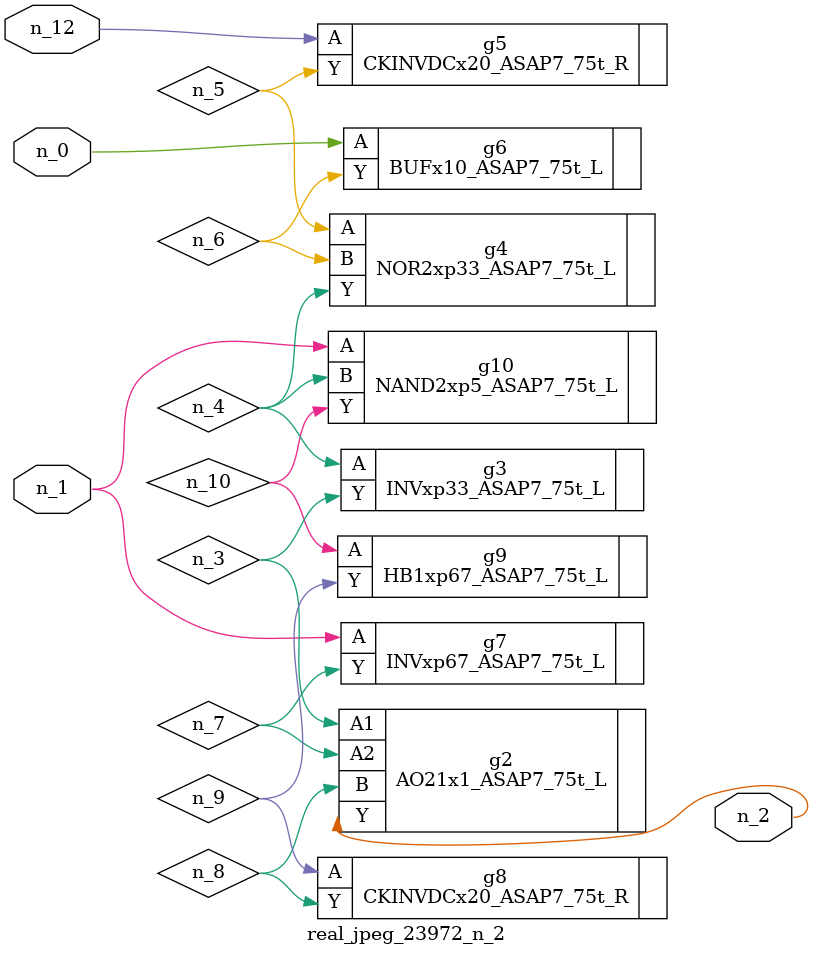
<source format=v>
module real_jpeg_23972_n_2 (n_12, n_1, n_0, n_2);

input n_12;
input n_1;
input n_0;

output n_2;

wire n_5;
wire n_4;
wire n_8;
wire n_6;
wire n_7;
wire n_3;
wire n_10;
wire n_9;

BUFx10_ASAP7_75t_L g6 ( 
.A(n_0),
.Y(n_6)
);

INVxp67_ASAP7_75t_L g7 ( 
.A(n_1),
.Y(n_7)
);

NAND2xp5_ASAP7_75t_L g10 ( 
.A(n_1),
.B(n_4),
.Y(n_10)
);

AO21x1_ASAP7_75t_L g2 ( 
.A1(n_3),
.A2(n_7),
.B(n_8),
.Y(n_2)
);

INVxp33_ASAP7_75t_L g3 ( 
.A(n_4),
.Y(n_3)
);

NOR2xp33_ASAP7_75t_L g4 ( 
.A(n_5),
.B(n_6),
.Y(n_4)
);

CKINVDCx20_ASAP7_75t_R g8 ( 
.A(n_9),
.Y(n_8)
);

HB1xp67_ASAP7_75t_L g9 ( 
.A(n_10),
.Y(n_9)
);

CKINVDCx20_ASAP7_75t_R g5 ( 
.A(n_12),
.Y(n_5)
);


endmodule
</source>
